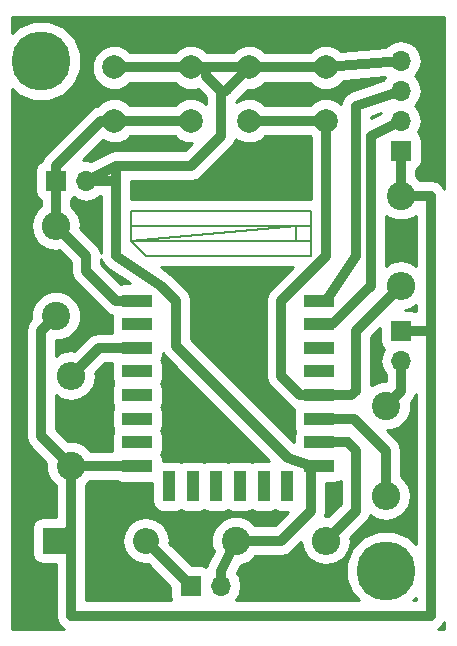
<source format=gbr>
G04 #@! TF.FileFunction,Copper,L1,Top,Signal*
%FSLAX46Y46*%
G04 Gerber Fmt 4.6, Leading zero omitted, Abs format (unit mm)*
G04 Created by KiCad (PCBNEW 4.0.7-e2-6376~61~ubuntu18.04.1) date Tue Jun  5 21:58:21 2018*
%MOMM*%
%LPD*%
G01*
G04 APERTURE LIST*
%ADD10C,0.100000*%
%ADD11C,5.000000*%
%ADD12C,2.000000*%
%ADD13R,2.200000X2.200000*%
%ADD14O,2.200000X2.200000*%
%ADD15R,1.700000X1.700000*%
%ADD16O,1.700000X1.700000*%
%ADD17R,2.500000X1.100000*%
%ADD18R,1.100000X2.500000*%
%ADD19C,2.400000*%
%ADD20O,2.400000X2.400000*%
%ADD21C,0.152400*%
%ADD22C,0.812800*%
%ADD23C,0.508000*%
%ADD24C,0.250000*%
%ADD25C,0.254000*%
G04 APERTURE END LIST*
D10*
D11*
X34290000Y7620000D03*
D12*
X17780000Y50220000D03*
X17780000Y45720000D03*
X11280000Y50220000D03*
X11280000Y45720000D03*
D13*
X6350000Y10160000D03*
D14*
X13970000Y10160000D03*
D15*
X6350000Y40640000D03*
D16*
X8890000Y40640000D03*
D15*
X35560000Y43180000D03*
D16*
X35560000Y45720000D03*
X35560000Y48260000D03*
X35560000Y50800000D03*
D15*
X35560000Y27940000D03*
D16*
X35560000Y25400000D03*
D12*
X29210000Y50220000D03*
X29210000Y45720000D03*
X22710000Y50220000D03*
X22710000Y45720000D03*
D17*
X13240000Y30480000D03*
X13240000Y28480000D03*
X13240000Y26480000D03*
X13240000Y24480000D03*
X13240000Y22480000D03*
X13240000Y20480000D03*
X13240000Y18480000D03*
X13240000Y16480000D03*
X28640000Y16480000D03*
X28640000Y18480000D03*
X28640000Y20480000D03*
X28640000Y22480000D03*
X28640000Y24480000D03*
X28640000Y26480000D03*
X28640000Y28480000D03*
X28640000Y30480000D03*
D18*
X15930000Y14780000D03*
X17930000Y14780000D03*
X19930000Y14780000D03*
X21930000Y14780000D03*
X23930000Y14780000D03*
X25930000Y14780000D03*
D15*
X17780000Y6350000D03*
D16*
X20320000Y6350000D03*
D11*
X5080000Y50800000D03*
D19*
X21590000Y10160000D03*
D20*
X29210000Y10160000D03*
D19*
X7620000Y16510000D03*
D20*
X7620000Y24130000D03*
D19*
X6350000Y29210000D03*
D20*
X6350000Y36830000D03*
D19*
X35560000Y39370000D03*
D20*
X35560000Y31750000D03*
D19*
X34290000Y21590000D03*
D20*
X34290000Y13970000D03*
D21*
X26670000Y36830000D02*
X27940000Y36830000D01*
X27940000Y35560000D02*
X26670000Y35560000D01*
X26670000Y36830000D02*
X12700000Y36830000D01*
X12700000Y38100000D02*
X27940000Y38100000D01*
X12700000Y36830000D02*
X12700000Y38100000D01*
X27940000Y38100000D02*
X27940000Y36830000D01*
X27940000Y36830000D02*
X27940000Y35560000D01*
X27940000Y35560000D02*
X27940000Y34290000D01*
X27940000Y34290000D02*
X13970000Y34290000D01*
X13970000Y34290000D02*
X12700000Y35560000D01*
X12700000Y35560000D02*
X12700000Y36830000D01*
X12700000Y35560000D02*
X26670000Y36830000D01*
X26670000Y36830000D02*
X26670000Y35560000D01*
X26670000Y35560000D02*
X13970000Y35560000D01*
X13970000Y35560000D02*
X12700000Y35560000D01*
D22*
X6350000Y29210000D02*
X5080000Y27940000D01*
X5080000Y27940000D02*
X5080000Y19050000D01*
X5080000Y19050000D02*
X7620000Y16510000D01*
D23*
X7620000Y16510000D02*
X7620000Y11430000D01*
X7620000Y11430000D02*
X6350000Y10160000D01*
D22*
X35560000Y27940000D02*
X38100000Y27940000D01*
X38100000Y27940000D02*
X38100000Y3810000D01*
X7620000Y3810000D02*
X7620000Y8890000D01*
X38100000Y3810000D02*
X7620000Y3810000D01*
X7620000Y16510000D02*
X7620000Y8890000D01*
X35560000Y39370000D02*
X38100000Y39370000D01*
X38100000Y39370000D02*
X38100000Y27940000D01*
X35560000Y43180000D02*
X35560000Y39370000D01*
X13940000Y16480000D02*
X7650000Y16480000D01*
D24*
X7650000Y16480000D02*
X7620000Y16510000D01*
D23*
X6350000Y40640000D02*
X6350000Y41910000D01*
D22*
X6350000Y41910000D02*
X10160000Y45720000D01*
D24*
X10160000Y45720000D02*
X11280000Y45720000D01*
X11280000Y45720000D02*
X10160000Y45720000D01*
D22*
X6350000Y41910000D02*
X6350000Y36830000D01*
D24*
X10160000Y45720000D02*
X6350000Y41910000D01*
D22*
X6350000Y36830000D02*
X8890000Y34290000D01*
X11430000Y30480000D02*
X13940000Y30480000D01*
X8890000Y33020000D02*
X11430000Y30480000D01*
X8890000Y34290000D02*
X8890000Y33020000D01*
X11280000Y45720000D02*
X17780000Y45720000D01*
D24*
X13940000Y30480000D02*
X13940000Y30510000D01*
D22*
X35560000Y45720000D02*
X33020000Y44450000D01*
X33020000Y31750000D02*
X29750000Y28480000D01*
X33020000Y44450000D02*
X33020000Y31750000D01*
D24*
X29750000Y28480000D02*
X27940000Y28480000D01*
D22*
X35560000Y48260000D02*
X31750000Y46990000D01*
X31750000Y34290000D02*
X29210000Y30480000D01*
X31750000Y46990000D02*
X31750000Y34290000D01*
D24*
X29210000Y30480000D02*
X27940000Y30480000D01*
D22*
X35560000Y25400000D02*
X35560000Y22860000D01*
X35560000Y22860000D02*
X34290000Y21590000D01*
X13940000Y26480000D02*
X9970000Y26480000D01*
X9970000Y26480000D02*
X7620000Y24130000D01*
X31050000Y18480000D02*
X27940000Y18480000D01*
X31750000Y17780000D02*
X31050000Y18480000D01*
X31750000Y12700000D02*
X31750000Y17780000D01*
X29210000Y10160000D02*
X31750000Y12700000D01*
X27940000Y22480000D02*
X27050000Y22480000D01*
X27050000Y22480000D02*
X25400000Y24130000D01*
X25400000Y24130000D02*
X25400000Y30480000D01*
X25400000Y30480000D02*
X26670000Y31750000D01*
X26670000Y31750000D02*
X29210000Y34290000D01*
D23*
X29210000Y34290000D02*
X29210000Y34290000D01*
D22*
X29210000Y34290000D02*
X29210000Y34290000D01*
X29210000Y45720000D02*
X22710000Y45720000D01*
X29210000Y43180000D02*
X29210000Y45720000D01*
X29210000Y34290000D02*
X29210000Y43180000D01*
D24*
X29210000Y34290000D02*
X29210000Y34290000D01*
D22*
X35560000Y31750000D02*
X34290000Y30480000D01*
X31370000Y22480000D02*
X27940000Y22480000D01*
X31750000Y22860000D02*
X31370000Y22480000D01*
X31750000Y27940000D02*
X31750000Y22860000D01*
X34290000Y30480000D02*
X31750000Y27940000D01*
X27940000Y20480000D02*
X31590000Y20480000D01*
X34290000Y17780000D02*
X34290000Y13970000D01*
X31590000Y20480000D02*
X34290000Y17780000D01*
X13970000Y10160000D02*
X17780000Y6350000D01*
X20320000Y48260000D02*
X20750000Y48260000D01*
X20750000Y48260000D02*
X22710000Y50220000D01*
X11430000Y40640000D02*
X11430000Y41910000D01*
X20320000Y6350000D02*
X20320000Y7620000D01*
X20320000Y7620000D02*
X21590000Y10160000D01*
X21590000Y10160000D02*
X25400000Y10160000D01*
X25400000Y10160000D02*
X27940000Y12700000D01*
X27940000Y12700000D02*
X27940000Y16480000D01*
X17780000Y50220000D02*
X22710000Y50220000D01*
X19050000Y50220000D02*
X19050000Y49530000D01*
X17780000Y41910000D02*
X11430000Y41910000D01*
X20320000Y44450000D02*
X17780000Y41910000D01*
X20320000Y48260000D02*
X20320000Y44450000D01*
X19050000Y49530000D02*
X20320000Y48260000D01*
X11430000Y41910000D02*
X8890000Y40640000D01*
X26035000Y17145000D02*
X27940000Y16480000D01*
X11430000Y40640000D02*
X11430000Y34290000D01*
X11430000Y34290000D02*
X15240000Y31750000D01*
X15240000Y31750000D02*
X16510000Y30480000D01*
X16510000Y30480000D02*
X16510000Y26670000D01*
X16510000Y26670000D02*
X24130000Y19050000D01*
X24130000Y19050000D02*
X25400000Y17780000D01*
X25400000Y17780000D02*
X26035000Y17145000D01*
X8890000Y40640000D02*
X11430000Y40640000D01*
X11280000Y50220000D02*
X19050000Y50220000D01*
D24*
X19050000Y50220000D02*
X22710000Y50220000D01*
D22*
X22710000Y50220000D02*
X29210000Y50220000D01*
X29210000Y50220000D02*
X35560000Y50800000D01*
D24*
X27940000Y16480000D02*
X27970000Y16480000D01*
D25*
G36*
X39243000Y2667000D02*
X38676236Y2667000D01*
X39015986Y2894014D01*
X39243000Y3233764D01*
X39243000Y2667000D01*
X39243000Y2667000D01*
G37*
X39243000Y2667000D02*
X38676236Y2667000D01*
X39015986Y2894014D01*
X39243000Y3233764D01*
X39243000Y2667000D01*
G36*
X39243000Y39946236D02*
X39015986Y40285986D01*
X38595728Y40566794D01*
X38100000Y40665400D01*
X37218577Y40665400D01*
X36855400Y41029210D01*
X36855400Y41560189D01*
X37042017Y41680274D01*
X37245003Y41977353D01*
X37316416Y42330000D01*
X37316416Y44030000D01*
X37254427Y44359444D01*
X37059726Y44662017D01*
X36976455Y44718914D01*
X37200696Y45054514D01*
X37333069Y45720000D01*
X37200696Y46385486D01*
X36823728Y46949659D01*
X36763353Y46990000D01*
X36823728Y47030341D01*
X37200696Y47594514D01*
X37333069Y48260000D01*
X37200696Y48925486D01*
X36823728Y49489659D01*
X36763353Y49530000D01*
X36823728Y49570341D01*
X37200696Y50134514D01*
X37333069Y50800000D01*
X37200696Y51465486D01*
X36823728Y52029659D01*
X36259555Y52406627D01*
X35594069Y52539000D01*
X35525931Y52539000D01*
X34860445Y52406627D01*
X34296272Y52029659D01*
X34264752Y51982486D01*
X30466070Y51635520D01*
X30281430Y51820483D01*
X29587394Y52108672D01*
X28835903Y52109327D01*
X28141365Y51822350D01*
X27833878Y51515400D01*
X24085981Y51515400D01*
X23781430Y51820483D01*
X23087394Y52108672D01*
X22335903Y52109327D01*
X21641365Y51822350D01*
X21333878Y51515400D01*
X19155981Y51515400D01*
X18851430Y51820483D01*
X18157394Y52108672D01*
X17405903Y52109327D01*
X16711365Y51822350D01*
X16403878Y51515400D01*
X12655981Y51515400D01*
X12351430Y51820483D01*
X11657394Y52108672D01*
X10905903Y52109327D01*
X10211365Y51822350D01*
X9679517Y51291430D01*
X9391328Y50597394D01*
X9390673Y49845903D01*
X9677650Y49151365D01*
X10208570Y48619517D01*
X10902606Y48331328D01*
X11654097Y48330673D01*
X12348635Y48617650D01*
X12656122Y48924600D01*
X16404019Y48924600D01*
X16708570Y48619517D01*
X17402606Y48331328D01*
X18154097Y48330673D01*
X18340383Y48407645D01*
X19024600Y47723428D01*
X19024600Y47147010D01*
X18851430Y47320483D01*
X18157394Y47608672D01*
X17405903Y47609327D01*
X16711365Y47322350D01*
X16403878Y47015400D01*
X12655981Y47015400D01*
X12351430Y47320483D01*
X11657394Y47608672D01*
X10905903Y47609327D01*
X10211365Y47322350D01*
X9840144Y46951777D01*
X9664272Y46916794D01*
X9244014Y46635986D01*
X5434014Y42825986D01*
X5153206Y42405729D01*
X5134395Y42311158D01*
X4867983Y42139726D01*
X4664997Y41842647D01*
X4593584Y41490000D01*
X4593584Y39790000D01*
X4655573Y39460556D01*
X4850274Y39157983D01*
X5054600Y39018373D01*
X5054600Y38469511D01*
X4872854Y38348072D01*
X4420016Y37670352D01*
X4261000Y36870926D01*
X4261000Y36789074D01*
X4420016Y35989648D01*
X4872854Y35311928D01*
X5550574Y34859090D01*
X6350000Y34700074D01*
X6598520Y34749508D01*
X7594600Y33753428D01*
X7594600Y33020000D01*
X7693206Y32524271D01*
X7974014Y32104014D01*
X10514014Y29564014D01*
X10934272Y29283206D01*
X11127093Y29244852D01*
X11083584Y29030000D01*
X11083584Y27930000D01*
X11112674Y27775400D01*
X9970000Y27775400D01*
X9474272Y27676794D01*
X9054014Y27395986D01*
X7868520Y26210492D01*
X7620000Y26259926D01*
X6820574Y26100910D01*
X6375400Y25803454D01*
X6375400Y27120977D01*
X6763705Y27120638D01*
X7531778Y27437999D01*
X8119935Y28025132D01*
X8438637Y28792649D01*
X8439362Y29623705D01*
X8122001Y30391778D01*
X7534868Y30979935D01*
X6767351Y31298637D01*
X5936295Y31299362D01*
X5168222Y30982001D01*
X4580065Y30394868D01*
X4261363Y29627351D01*
X4260774Y28952746D01*
X4164014Y28855986D01*
X3883206Y28435729D01*
X3883206Y28435728D01*
X3784600Y27940000D01*
X3784600Y19050000D01*
X3883206Y18554271D01*
X4164014Y18134014D01*
X5531223Y16766805D01*
X5530638Y16096295D01*
X5847999Y15328222D01*
X6324600Y14850790D01*
X6324600Y12166416D01*
X5250000Y12166416D01*
X4920556Y12104427D01*
X4617983Y11909726D01*
X4414997Y11612647D01*
X4343584Y11260000D01*
X4343584Y9060000D01*
X4405573Y8730556D01*
X4600274Y8427983D01*
X4897353Y8224997D01*
X5250000Y8153584D01*
X6324600Y8153584D01*
X6324600Y3810000D01*
X6423206Y3314272D01*
X6704014Y2894014D01*
X7043764Y2667000D01*
X2667000Y2667000D01*
X2667000Y48420258D01*
X3157779Y47928621D01*
X4402929Y47411590D01*
X5751156Y47410413D01*
X6997206Y47925271D01*
X7951379Y48877779D01*
X8468410Y50122929D01*
X8469587Y51471156D01*
X7954729Y52717206D01*
X7002221Y53671379D01*
X5757071Y54188410D01*
X4408844Y54189587D01*
X3162794Y53674729D01*
X2667000Y53179800D01*
X2667000Y54483000D01*
X39243000Y54483000D01*
X39243000Y39946236D01*
X39243000Y39946236D01*
G37*
X39243000Y39946236D02*
X39015986Y40285986D01*
X38595728Y40566794D01*
X38100000Y40665400D01*
X37218577Y40665400D01*
X36855400Y41029210D01*
X36855400Y41560189D01*
X37042017Y41680274D01*
X37245003Y41977353D01*
X37316416Y42330000D01*
X37316416Y44030000D01*
X37254427Y44359444D01*
X37059726Y44662017D01*
X36976455Y44718914D01*
X37200696Y45054514D01*
X37333069Y45720000D01*
X37200696Y46385486D01*
X36823728Y46949659D01*
X36763353Y46990000D01*
X36823728Y47030341D01*
X37200696Y47594514D01*
X37333069Y48260000D01*
X37200696Y48925486D01*
X36823728Y49489659D01*
X36763353Y49530000D01*
X36823728Y49570341D01*
X37200696Y50134514D01*
X37333069Y50800000D01*
X37200696Y51465486D01*
X36823728Y52029659D01*
X36259555Y52406627D01*
X35594069Y52539000D01*
X35525931Y52539000D01*
X34860445Y52406627D01*
X34296272Y52029659D01*
X34264752Y51982486D01*
X30466070Y51635520D01*
X30281430Y51820483D01*
X29587394Y52108672D01*
X28835903Y52109327D01*
X28141365Y51822350D01*
X27833878Y51515400D01*
X24085981Y51515400D01*
X23781430Y51820483D01*
X23087394Y52108672D01*
X22335903Y52109327D01*
X21641365Y51822350D01*
X21333878Y51515400D01*
X19155981Y51515400D01*
X18851430Y51820483D01*
X18157394Y52108672D01*
X17405903Y52109327D01*
X16711365Y51822350D01*
X16403878Y51515400D01*
X12655981Y51515400D01*
X12351430Y51820483D01*
X11657394Y52108672D01*
X10905903Y52109327D01*
X10211365Y51822350D01*
X9679517Y51291430D01*
X9391328Y50597394D01*
X9390673Y49845903D01*
X9677650Y49151365D01*
X10208570Y48619517D01*
X10902606Y48331328D01*
X11654097Y48330673D01*
X12348635Y48617650D01*
X12656122Y48924600D01*
X16404019Y48924600D01*
X16708570Y48619517D01*
X17402606Y48331328D01*
X18154097Y48330673D01*
X18340383Y48407645D01*
X19024600Y47723428D01*
X19024600Y47147010D01*
X18851430Y47320483D01*
X18157394Y47608672D01*
X17405903Y47609327D01*
X16711365Y47322350D01*
X16403878Y47015400D01*
X12655981Y47015400D01*
X12351430Y47320483D01*
X11657394Y47608672D01*
X10905903Y47609327D01*
X10211365Y47322350D01*
X9840144Y46951777D01*
X9664272Y46916794D01*
X9244014Y46635986D01*
X5434014Y42825986D01*
X5153206Y42405729D01*
X5134395Y42311158D01*
X4867983Y42139726D01*
X4664997Y41842647D01*
X4593584Y41490000D01*
X4593584Y39790000D01*
X4655573Y39460556D01*
X4850274Y39157983D01*
X5054600Y39018373D01*
X5054600Y38469511D01*
X4872854Y38348072D01*
X4420016Y37670352D01*
X4261000Y36870926D01*
X4261000Y36789074D01*
X4420016Y35989648D01*
X4872854Y35311928D01*
X5550574Y34859090D01*
X6350000Y34700074D01*
X6598520Y34749508D01*
X7594600Y33753428D01*
X7594600Y33020000D01*
X7693206Y32524271D01*
X7974014Y32104014D01*
X10514014Y29564014D01*
X10934272Y29283206D01*
X11127093Y29244852D01*
X11083584Y29030000D01*
X11083584Y27930000D01*
X11112674Y27775400D01*
X9970000Y27775400D01*
X9474272Y27676794D01*
X9054014Y27395986D01*
X7868520Y26210492D01*
X7620000Y26259926D01*
X6820574Y26100910D01*
X6375400Y25803454D01*
X6375400Y27120977D01*
X6763705Y27120638D01*
X7531778Y27437999D01*
X8119935Y28025132D01*
X8438637Y28792649D01*
X8439362Y29623705D01*
X8122001Y30391778D01*
X7534868Y30979935D01*
X6767351Y31298637D01*
X5936295Y31299362D01*
X5168222Y30982001D01*
X4580065Y30394868D01*
X4261363Y29627351D01*
X4260774Y28952746D01*
X4164014Y28855986D01*
X3883206Y28435729D01*
X3883206Y28435728D01*
X3784600Y27940000D01*
X3784600Y19050000D01*
X3883206Y18554271D01*
X4164014Y18134014D01*
X5531223Y16766805D01*
X5530638Y16096295D01*
X5847999Y15328222D01*
X6324600Y14850790D01*
X6324600Y12166416D01*
X5250000Y12166416D01*
X4920556Y12104427D01*
X4617983Y11909726D01*
X4414997Y11612647D01*
X4343584Y11260000D01*
X4343584Y9060000D01*
X4405573Y8730556D01*
X4600274Y8427983D01*
X4897353Y8224997D01*
X5250000Y8153584D01*
X6324600Y8153584D01*
X6324600Y3810000D01*
X6423206Y3314272D01*
X6704014Y2894014D01*
X7043764Y2667000D01*
X2667000Y2667000D01*
X2667000Y48420258D01*
X3157779Y47928621D01*
X4402929Y47411590D01*
X5751156Y47410413D01*
X6997206Y47925271D01*
X7951379Y48877779D01*
X8468410Y50122929D01*
X8469587Y51471156D01*
X7954729Y52717206D01*
X7002221Y53671379D01*
X5757071Y54188410D01*
X4408844Y54189587D01*
X3162794Y53674729D01*
X2667000Y53179800D01*
X2667000Y54483000D01*
X39243000Y54483000D01*
X39243000Y39946236D01*
G36*
X11637353Y15094997D02*
X11990000Y15023584D01*
X14473584Y15023584D01*
X14473584Y13530000D01*
X14535573Y13200556D01*
X14730274Y12897983D01*
X15027353Y12694997D01*
X15380000Y12623584D01*
X16480000Y12623584D01*
X16809444Y12685573D01*
X16928769Y12762357D01*
X17027353Y12694997D01*
X17380000Y12623584D01*
X18480000Y12623584D01*
X18809444Y12685573D01*
X18928769Y12762357D01*
X19027353Y12694997D01*
X19380000Y12623584D01*
X20480000Y12623584D01*
X20809444Y12685573D01*
X20928769Y12762357D01*
X21027353Y12694997D01*
X21380000Y12623584D01*
X22480000Y12623584D01*
X22809444Y12685573D01*
X22928769Y12762357D01*
X23027353Y12694997D01*
X23380000Y12623584D01*
X24480000Y12623584D01*
X24809444Y12685573D01*
X24928769Y12762357D01*
X25027353Y12694997D01*
X25380000Y12623584D01*
X26031612Y12623584D01*
X24863428Y11455400D01*
X23248577Y11455400D01*
X22774868Y11929935D01*
X22007351Y12248637D01*
X21176295Y12249362D01*
X20408222Y11932001D01*
X19820065Y11344868D01*
X19501363Y10577351D01*
X19500638Y9746295D01*
X19697104Y9270810D01*
X19161359Y8199320D01*
X19149066Y8154430D01*
X19123206Y8115728D01*
X19092252Y7960113D01*
X18982647Y8035003D01*
X18630000Y8106416D01*
X17855556Y8106416D01*
X15965449Y9996523D01*
X15997967Y10160000D01*
X15846563Y10921157D01*
X15415402Y11566435D01*
X14770124Y11997596D01*
X14008967Y12149000D01*
X13931033Y12149000D01*
X13169876Y11997596D01*
X12524598Y11566435D01*
X12093437Y10921157D01*
X11942033Y10160000D01*
X12093437Y9398843D01*
X12524598Y8753565D01*
X13169876Y8322404D01*
X13931033Y8171000D01*
X14008967Y8171000D01*
X14107440Y8190588D01*
X16023584Y6274444D01*
X16023584Y5500000D01*
X16085573Y5170556D01*
X16127500Y5105400D01*
X8915400Y5105400D01*
X8915400Y14851423D01*
X9249158Y15184600D01*
X11506215Y15184600D01*
X11637353Y15094997D01*
X11637353Y15094997D01*
G37*
X11637353Y15094997D02*
X11990000Y15023584D01*
X14473584Y15023584D01*
X14473584Y13530000D01*
X14535573Y13200556D01*
X14730274Y12897983D01*
X15027353Y12694997D01*
X15380000Y12623584D01*
X16480000Y12623584D01*
X16809444Y12685573D01*
X16928769Y12762357D01*
X17027353Y12694997D01*
X17380000Y12623584D01*
X18480000Y12623584D01*
X18809444Y12685573D01*
X18928769Y12762357D01*
X19027353Y12694997D01*
X19380000Y12623584D01*
X20480000Y12623584D01*
X20809444Y12685573D01*
X20928769Y12762357D01*
X21027353Y12694997D01*
X21380000Y12623584D01*
X22480000Y12623584D01*
X22809444Y12685573D01*
X22928769Y12762357D01*
X23027353Y12694997D01*
X23380000Y12623584D01*
X24480000Y12623584D01*
X24809444Y12685573D01*
X24928769Y12762357D01*
X25027353Y12694997D01*
X25380000Y12623584D01*
X26031612Y12623584D01*
X24863428Y11455400D01*
X23248577Y11455400D01*
X22774868Y11929935D01*
X22007351Y12248637D01*
X21176295Y12249362D01*
X20408222Y11932001D01*
X19820065Y11344868D01*
X19501363Y10577351D01*
X19500638Y9746295D01*
X19697104Y9270810D01*
X19161359Y8199320D01*
X19149066Y8154430D01*
X19123206Y8115728D01*
X19092252Y7960113D01*
X18982647Y8035003D01*
X18630000Y8106416D01*
X17855556Y8106416D01*
X15965449Y9996523D01*
X15997967Y10160000D01*
X15846563Y10921157D01*
X15415402Y11566435D01*
X14770124Y11997596D01*
X14008967Y12149000D01*
X13931033Y12149000D01*
X13169876Y11997596D01*
X12524598Y11566435D01*
X12093437Y10921157D01*
X11942033Y10160000D01*
X12093437Y9398843D01*
X12524598Y8753565D01*
X13169876Y8322404D01*
X13931033Y8171000D01*
X14008967Y8171000D01*
X14107440Y8190588D01*
X16023584Y6274444D01*
X16023584Y5500000D01*
X16085573Y5170556D01*
X16127500Y5105400D01*
X8915400Y5105400D01*
X8915400Y14851423D01*
X9249158Y15184600D01*
X11506215Y15184600D01*
X11637353Y15094997D01*
G36*
X36804600Y5105400D02*
X36567965Y5105400D01*
X36804600Y5341623D01*
X36804600Y5105400D01*
X36804600Y5105400D01*
G37*
X36804600Y5105400D02*
X36567965Y5105400D01*
X36804600Y5341623D01*
X36804600Y5105400D01*
G36*
X36804600Y9897965D02*
X36212221Y10491379D01*
X34967071Y11008410D01*
X33618844Y11009587D01*
X32372794Y10494729D01*
X31418621Y9542221D01*
X30901590Y8297071D01*
X30900413Y6948844D01*
X31415271Y5702794D01*
X32011623Y5105400D01*
X21562440Y5105400D01*
X21926627Y5650445D01*
X22059000Y6315931D01*
X22059000Y6384069D01*
X21926627Y7049555D01*
X21672925Y7429247D01*
X21993625Y8070647D01*
X22003705Y8070638D01*
X22771778Y8387999D01*
X23249210Y8864600D01*
X25400000Y8864600D01*
X25895729Y8963206D01*
X26315986Y9244014D01*
X27105276Y10033304D01*
X27239090Y9360574D01*
X27691928Y8682854D01*
X28369648Y8230016D01*
X29169074Y8071000D01*
X29250926Y8071000D01*
X30050352Y8230016D01*
X30728072Y8682854D01*
X31180910Y9360574D01*
X31339926Y10160000D01*
X31290492Y10408520D01*
X32665986Y11784014D01*
X32703444Y11840074D01*
X32946794Y12204272D01*
X32974563Y12343877D01*
X33490574Y11999090D01*
X34290000Y11840074D01*
X35089426Y11999090D01*
X35767146Y12451928D01*
X36219984Y13129648D01*
X36379000Y13929074D01*
X36379000Y14010926D01*
X36219984Y14810352D01*
X35767146Y15488072D01*
X35585400Y15609511D01*
X35585400Y17780000D01*
X35486794Y18275728D01*
X35205986Y18695986D01*
X34401070Y19500902D01*
X34703705Y19500638D01*
X35471778Y19817999D01*
X36059935Y20405132D01*
X36378637Y21172649D01*
X36379226Y21847254D01*
X36475986Y21944014D01*
X36756794Y22364271D01*
X36804600Y22604610D01*
X36804600Y9897965D01*
X36804600Y9897965D01*
G37*
X36804600Y9897965D02*
X36212221Y10491379D01*
X34967071Y11008410D01*
X33618844Y11009587D01*
X32372794Y10494729D01*
X31418621Y9542221D01*
X30901590Y8297071D01*
X30900413Y6948844D01*
X31415271Y5702794D01*
X32011623Y5105400D01*
X21562440Y5105400D01*
X21926627Y5650445D01*
X22059000Y6315931D01*
X22059000Y6384069D01*
X21926627Y7049555D01*
X21672925Y7429247D01*
X21993625Y8070647D01*
X22003705Y8070638D01*
X22771778Y8387999D01*
X23249210Y8864600D01*
X25400000Y8864600D01*
X25895729Y8963206D01*
X26315986Y9244014D01*
X27105276Y10033304D01*
X27239090Y9360574D01*
X27691928Y8682854D01*
X28369648Y8230016D01*
X29169074Y8071000D01*
X29250926Y8071000D01*
X30050352Y8230016D01*
X30728072Y8682854D01*
X31180910Y9360574D01*
X31339926Y10160000D01*
X31290492Y10408520D01*
X32665986Y11784014D01*
X32703444Y11840074D01*
X32946794Y12204272D01*
X32974563Y12343877D01*
X33490574Y11999090D01*
X34290000Y11840074D01*
X35089426Y11999090D01*
X35767146Y12451928D01*
X36219984Y13129648D01*
X36379000Y13929074D01*
X36379000Y14010926D01*
X36219984Y14810352D01*
X35767146Y15488072D01*
X35585400Y15609511D01*
X35585400Y17780000D01*
X35486794Y18275728D01*
X35205986Y18695986D01*
X34401070Y19500902D01*
X34703705Y19500638D01*
X35471778Y19817999D01*
X36059935Y20405132D01*
X36378637Y21172649D01*
X36379226Y21847254D01*
X36475986Y21944014D01*
X36756794Y22364271D01*
X36804600Y22604610D01*
X36804600Y9897965D01*
G36*
X30454600Y13236572D02*
X29431174Y12213146D01*
X29250926Y12249000D01*
X29169074Y12249000D01*
X29144728Y12244157D01*
X29235400Y12700000D01*
X29235400Y15023584D01*
X29890000Y15023584D01*
X30219444Y15085573D01*
X30454600Y15236892D01*
X30454600Y13236572D01*
X30454600Y13236572D01*
G37*
X30454600Y13236572D02*
X29431174Y12213146D01*
X29250926Y12249000D01*
X29169074Y12249000D01*
X29144728Y12244157D01*
X29235400Y12700000D01*
X29235400Y15023584D01*
X29890000Y15023584D01*
X30219444Y15085573D01*
X30454600Y15236892D01*
X30454600Y13236572D01*
G36*
X15594014Y25754014D02*
X24411612Y16936416D01*
X23380000Y16936416D01*
X23050556Y16874427D01*
X22931231Y16797643D01*
X22832647Y16865003D01*
X22480000Y16936416D01*
X21380000Y16936416D01*
X21050556Y16874427D01*
X20931231Y16797643D01*
X20832647Y16865003D01*
X20480000Y16936416D01*
X19380000Y16936416D01*
X19050556Y16874427D01*
X18931231Y16797643D01*
X18832647Y16865003D01*
X18480000Y16936416D01*
X17380000Y16936416D01*
X17050556Y16874427D01*
X16931231Y16797643D01*
X16832647Y16865003D01*
X16480000Y16936416D01*
X15396416Y16936416D01*
X15396416Y17030000D01*
X15334427Y17359444D01*
X15257643Y17478769D01*
X15325003Y17577353D01*
X15396416Y17930000D01*
X15396416Y19030000D01*
X15334427Y19359444D01*
X15257643Y19478769D01*
X15325003Y19577353D01*
X15396416Y19930000D01*
X15396416Y21030000D01*
X15334427Y21359444D01*
X15257643Y21478769D01*
X15325003Y21577353D01*
X15396416Y21930000D01*
X15396416Y23030000D01*
X15334427Y23359444D01*
X15257643Y23478769D01*
X15325003Y23577353D01*
X15396416Y23930000D01*
X15396416Y25030000D01*
X15334427Y25359444D01*
X15257643Y25478769D01*
X15325003Y25577353D01*
X15396416Y25930000D01*
X15396416Y26049739D01*
X15594014Y25754014D01*
X15594014Y25754014D01*
G37*
X15594014Y25754014D02*
X24411612Y16936416D01*
X23380000Y16936416D01*
X23050556Y16874427D01*
X22931231Y16797643D01*
X22832647Y16865003D01*
X22480000Y16936416D01*
X21380000Y16936416D01*
X21050556Y16874427D01*
X20931231Y16797643D01*
X20832647Y16865003D01*
X20480000Y16936416D01*
X19380000Y16936416D01*
X19050556Y16874427D01*
X18931231Y16797643D01*
X18832647Y16865003D01*
X18480000Y16936416D01*
X17380000Y16936416D01*
X17050556Y16874427D01*
X16931231Y16797643D01*
X16832647Y16865003D01*
X16480000Y16936416D01*
X15396416Y16936416D01*
X15396416Y17030000D01*
X15334427Y17359444D01*
X15257643Y17478769D01*
X15325003Y17577353D01*
X15396416Y17930000D01*
X15396416Y19030000D01*
X15334427Y19359444D01*
X15257643Y19478769D01*
X15325003Y19577353D01*
X15396416Y19930000D01*
X15396416Y21030000D01*
X15334427Y21359444D01*
X15257643Y21478769D01*
X15325003Y21577353D01*
X15396416Y21930000D01*
X15396416Y23030000D01*
X15334427Y23359444D01*
X15257643Y23478769D01*
X15325003Y23577353D01*
X15396416Y23930000D01*
X15396416Y25030000D01*
X15334427Y25359444D01*
X15257643Y25478769D01*
X15325003Y25577353D01*
X15396416Y25930000D01*
X15396416Y26049739D01*
X15594014Y25754014D01*
G36*
X11083584Y25030000D02*
X11083584Y23930000D01*
X11145573Y23600556D01*
X11222357Y23481231D01*
X11154997Y23382647D01*
X11083584Y23030000D01*
X11083584Y21930000D01*
X11145573Y21600556D01*
X11222357Y21481231D01*
X11154997Y21382647D01*
X11083584Y21030000D01*
X11083584Y19930000D01*
X11145573Y19600556D01*
X11222357Y19481231D01*
X11154997Y19382647D01*
X11083584Y19030000D01*
X11083584Y17930000D01*
X11112674Y17775400D01*
X9308525Y17775400D01*
X8804868Y18279935D01*
X8037351Y18598637D01*
X7362746Y18599226D01*
X6375400Y19586572D01*
X6375400Y22456546D01*
X6820574Y22159090D01*
X7620000Y22000074D01*
X8419426Y22159090D01*
X9097146Y22611928D01*
X9549984Y23289648D01*
X9709000Y24089074D01*
X9709000Y24170926D01*
X9673146Y24351174D01*
X10506572Y25184600D01*
X11114891Y25184600D01*
X11083584Y25030000D01*
X11083584Y25030000D01*
G37*
X11083584Y25030000D02*
X11083584Y23930000D01*
X11145573Y23600556D01*
X11222357Y23481231D01*
X11154997Y23382647D01*
X11083584Y23030000D01*
X11083584Y21930000D01*
X11145573Y21600556D01*
X11222357Y21481231D01*
X11154997Y21382647D01*
X11083584Y21030000D01*
X11083584Y19930000D01*
X11145573Y19600556D01*
X11222357Y19481231D01*
X11154997Y19382647D01*
X11083584Y19030000D01*
X11083584Y17930000D01*
X11112674Y17775400D01*
X9308525Y17775400D01*
X8804868Y18279935D01*
X8037351Y18598637D01*
X7362746Y18599226D01*
X6375400Y19586572D01*
X6375400Y22456546D01*
X6820574Y22159090D01*
X7620000Y22000074D01*
X8419426Y22159090D01*
X9097146Y22611928D01*
X9549984Y23289648D01*
X9709000Y24089074D01*
X9709000Y24170926D01*
X9673146Y24351174D01*
X10506572Y25184600D01*
X11114891Y25184600D01*
X11083584Y25030000D01*
G36*
X24484014Y31395986D02*
X24203206Y30975729D01*
X24110567Y30510000D01*
X24104600Y30480000D01*
X24104600Y24130000D01*
X24203206Y23634271D01*
X24484014Y23214014D01*
X26134014Y21564014D01*
X26537173Y21294630D01*
X26483584Y21030000D01*
X26483584Y19930000D01*
X26545573Y19600556D01*
X26622357Y19481231D01*
X26554997Y19382647D01*
X26483584Y19030000D01*
X26483584Y18528388D01*
X17805400Y27206572D01*
X17805400Y30480000D01*
X17799433Y30510000D01*
X17706794Y30975729D01*
X17425986Y31395986D01*
X16155986Y32665986D01*
X16049345Y32737242D01*
X15958559Y32827838D01*
X15213116Y33324800D01*
X26412828Y33324800D01*
X24484014Y31395986D01*
X24484014Y31395986D01*
G37*
X24484014Y31395986D02*
X24203206Y30975729D01*
X24110567Y30510000D01*
X24104600Y30480000D01*
X24104600Y24130000D01*
X24203206Y23634271D01*
X24484014Y23214014D01*
X26134014Y21564014D01*
X26537173Y21294630D01*
X26483584Y21030000D01*
X26483584Y19930000D01*
X26545573Y19600556D01*
X26622357Y19481231D01*
X26554997Y19382647D01*
X26483584Y19030000D01*
X26483584Y18528388D01*
X17805400Y27206572D01*
X17805400Y30480000D01*
X17799433Y30510000D01*
X17706794Y30975729D01*
X17425986Y31395986D01*
X16155986Y32665986D01*
X16049345Y32737242D01*
X15958559Y32827838D01*
X15213116Y33324800D01*
X26412828Y33324800D01*
X24484014Y31395986D01*
G36*
X33803584Y27090000D02*
X33865573Y26760556D01*
X34060274Y26457983D01*
X34143545Y26401086D01*
X33919304Y26065486D01*
X33786931Y25400000D01*
X33919304Y24734514D01*
X34264600Y24217742D01*
X34264600Y23679023D01*
X33876295Y23679362D01*
X33108222Y23362001D01*
X33045400Y23299288D01*
X33045400Y27403428D01*
X33803584Y28161612D01*
X33803584Y27090000D01*
X33803584Y27090000D01*
G37*
X33803584Y27090000D02*
X33865573Y26760556D01*
X34060274Y26457983D01*
X34143545Y26401086D01*
X33919304Y26065486D01*
X33786931Y25400000D01*
X33919304Y24734514D01*
X34264600Y24217742D01*
X34264600Y23679023D01*
X33876295Y23679362D01*
X33108222Y23362001D01*
X33045400Y23299288D01*
X33045400Y27403428D01*
X33803584Y28161612D01*
X33803584Y27090000D01*
G36*
X36804600Y29596338D02*
X36762647Y29625003D01*
X36410000Y29696416D01*
X35943796Y29696416D01*
X36359426Y29779090D01*
X36804600Y30076546D01*
X36804600Y29596338D01*
X36804600Y29596338D01*
G37*
X36804600Y29596338D02*
X36762647Y29625003D01*
X36410000Y29696416D01*
X35943796Y29696416D01*
X36359426Y29779090D01*
X36804600Y30076546D01*
X36804600Y29596338D01*
G36*
X10208446Y33918750D02*
X10233206Y33794272D01*
X10304463Y33687628D01*
X10353668Y33569188D01*
X10443504Y33479540D01*
X10514014Y33374014D01*
X10620654Y33302759D01*
X10711441Y33212162D01*
X12625060Y31936416D01*
X11990000Y31936416D01*
X11834765Y31907207D01*
X10185400Y33556572D01*
X10185400Y33974224D01*
X10208446Y33918750D01*
X10208446Y33918750D01*
G37*
X10208446Y33918750D02*
X10233206Y33794272D01*
X10304463Y33687628D01*
X10353668Y33569188D01*
X10443504Y33479540D01*
X10514014Y33374014D01*
X10620654Y33302759D01*
X10711441Y33212162D01*
X12625060Y31936416D01*
X11990000Y31936416D01*
X11834765Y31907207D01*
X10185400Y33556572D01*
X10185400Y33974224D01*
X10208446Y33918750D01*
G36*
X36804600Y33423454D02*
X36359426Y33720910D01*
X35560000Y33879926D01*
X34760574Y33720910D01*
X34315400Y33423454D01*
X34315400Y37659901D01*
X34375132Y37600065D01*
X35142649Y37281363D01*
X35973705Y37280638D01*
X36741778Y37597999D01*
X36804600Y37660712D01*
X36804600Y33423454D01*
X36804600Y33423454D01*
G37*
X36804600Y33423454D02*
X36359426Y33720910D01*
X35560000Y33879926D01*
X34760574Y33720910D01*
X34315400Y33423454D01*
X34315400Y37659901D01*
X34375132Y37600065D01*
X35142649Y37281363D01*
X35973705Y37280638D01*
X36741778Y37597999D01*
X36804600Y37660712D01*
X36804600Y33423454D01*
G36*
X10134600Y34545390D02*
X10086794Y34785728D01*
X9805986Y35205986D01*
X8403146Y36608826D01*
X8439000Y36789074D01*
X8439000Y36870926D01*
X8279984Y37670352D01*
X7827146Y38348072D01*
X7645400Y38469511D01*
X7645400Y39020189D01*
X7832017Y39140274D01*
X7888914Y39223545D01*
X8224514Y38999304D01*
X8890000Y38866931D01*
X9555486Y38999304D01*
X10072258Y39344600D01*
X10134600Y39344600D01*
X10134600Y34545390D01*
X10134600Y34545390D01*
G37*
X10134600Y34545390D02*
X10086794Y34785728D01*
X9805986Y35205986D01*
X8403146Y36608826D01*
X8439000Y36789074D01*
X8439000Y36870926D01*
X8279984Y37670352D01*
X7827146Y38348072D01*
X7645400Y38469511D01*
X7645400Y39020189D01*
X7832017Y39140274D01*
X7888914Y39223545D01*
X8224514Y38999304D01*
X8890000Y38866931D01*
X9555486Y38999304D01*
X10072258Y39344600D01*
X10134600Y39344600D01*
X10134600Y34545390D01*
G36*
X27914600Y44343878D02*
X27914600Y39065200D01*
X12725400Y39065200D01*
X12725400Y40614600D01*
X17780000Y40614600D01*
X18275729Y40713206D01*
X18695986Y40994014D01*
X21235986Y43534014D01*
X21330676Y43675728D01*
X21516794Y43954272D01*
X21564435Y44193781D01*
X21638570Y44119517D01*
X22332606Y43831328D01*
X23084097Y43830673D01*
X23778635Y44117650D01*
X24086122Y44424600D01*
X27834019Y44424600D01*
X27914600Y44343878D01*
X27914600Y44343878D01*
G37*
X27914600Y44343878D02*
X27914600Y39065200D01*
X12725400Y39065200D01*
X12725400Y40614600D01*
X17780000Y40614600D01*
X18275729Y40713206D01*
X18695986Y40994014D01*
X21235986Y43534014D01*
X21330676Y43675728D01*
X21516794Y43954272D01*
X21564435Y44193781D01*
X21638570Y44119517D01*
X22332606Y43831328D01*
X23084097Y43830673D01*
X23778635Y44117650D01*
X24086122Y44424600D01*
X27834019Y44424600D01*
X27914600Y44343878D01*
G36*
X16708570Y44119517D02*
X17402606Y43831328D01*
X17868950Y43830922D01*
X17243428Y43205400D01*
X11430000Y43205400D01*
X11384349Y43196320D01*
X11338170Y43202141D01*
X11137915Y43147301D01*
X10934272Y43106794D01*
X10895571Y43080935D01*
X10850679Y43068641D01*
X9354676Y42320639D01*
X8890000Y42413069D01*
X8634149Y42362177D01*
X10337820Y44065848D01*
X10902606Y43831328D01*
X11654097Y43830673D01*
X12348635Y44117650D01*
X12656122Y44424600D01*
X16404019Y44424600D01*
X16708570Y44119517D01*
X16708570Y44119517D01*
G37*
X16708570Y44119517D02*
X17402606Y43831328D01*
X17868950Y43830922D01*
X17243428Y43205400D01*
X11430000Y43205400D01*
X11384349Y43196320D01*
X11338170Y43202141D01*
X11137915Y43147301D01*
X10934272Y43106794D01*
X10895571Y43080935D01*
X10850679Y43068641D01*
X9354676Y42320639D01*
X8890000Y42413069D01*
X8634149Y42362177D01*
X10337820Y44065848D01*
X10902606Y43831328D01*
X11654097Y43830673D01*
X12348635Y44117650D01*
X12656122Y44424600D01*
X16404019Y44424600D01*
X16708570Y44119517D01*
G36*
X33911014Y46343808D02*
X33045400Y45911001D01*
X33045400Y46056329D01*
X33911239Y46344942D01*
X33911014Y46343808D01*
X33911014Y46343808D01*
G37*
X33911014Y46343808D02*
X33045400Y45911001D01*
X33045400Y46056329D01*
X33911239Y46344942D01*
X33911014Y46343808D01*
G36*
X34050904Y49122439D02*
X31340359Y48218924D01*
X31299925Y48195875D01*
X31254272Y48186794D01*
X31081634Y48071441D01*
X30901252Y47968616D01*
X30872713Y47931844D01*
X30834014Y47905986D01*
X30718660Y47733347D01*
X30591359Y47569320D01*
X30579066Y47524430D01*
X30553206Y47485728D01*
X30512698Y47282081D01*
X30471165Y47130417D01*
X30281430Y47320483D01*
X29587394Y47608672D01*
X28835903Y47609327D01*
X28141365Y47322350D01*
X27833878Y47015400D01*
X24085981Y47015400D01*
X23781430Y47320483D01*
X23087394Y47608672D01*
X22335903Y47609327D01*
X21641365Y47322350D01*
X21615400Y47296430D01*
X21615400Y47310213D01*
X21665986Y47344014D01*
X22653021Y48331049D01*
X23084097Y48330673D01*
X23778635Y48617650D01*
X24086122Y48924600D01*
X27834019Y48924600D01*
X28138570Y48619517D01*
X28832606Y48331328D01*
X29584097Y48330673D01*
X30278635Y48617650D01*
X30718769Y49057016D01*
X34220928Y49376899D01*
X34050904Y49122439D01*
X34050904Y49122439D01*
G37*
X34050904Y49122439D02*
X31340359Y48218924D01*
X31299925Y48195875D01*
X31254272Y48186794D01*
X31081634Y48071441D01*
X30901252Y47968616D01*
X30872713Y47931844D01*
X30834014Y47905986D01*
X30718660Y47733347D01*
X30591359Y47569320D01*
X30579066Y47524430D01*
X30553206Y47485728D01*
X30512698Y47282081D01*
X30471165Y47130417D01*
X30281430Y47320483D01*
X29587394Y47608672D01*
X28835903Y47609327D01*
X28141365Y47322350D01*
X27833878Y47015400D01*
X24085981Y47015400D01*
X23781430Y47320483D01*
X23087394Y47608672D01*
X22335903Y47609327D01*
X21641365Y47322350D01*
X21615400Y47296430D01*
X21615400Y47310213D01*
X21665986Y47344014D01*
X22653021Y48331049D01*
X23084097Y48330673D01*
X23778635Y48617650D01*
X24086122Y48924600D01*
X27834019Y48924600D01*
X28138570Y48619517D01*
X28832606Y48331328D01*
X29584097Y48330673D01*
X30278635Y48617650D01*
X30718769Y49057016D01*
X34220928Y49376899D01*
X34050904Y49122439D01*
M02*

</source>
